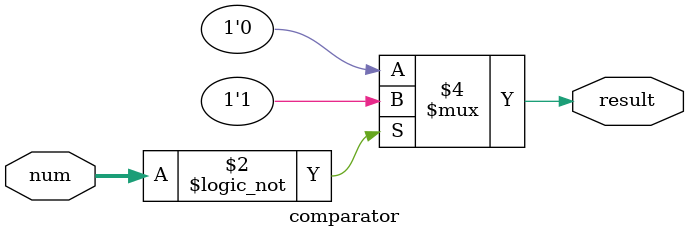
<source format=v>
`timescale 1ns / 1ps


module comparator(num,result);
    parameter WIDTH = 8;
    input [WIDTH-1:0] num;
    output reg result;
    always@(num)
        if (num == 0)
            result = 1;
        else
            result = 0;
endmodule

</source>
